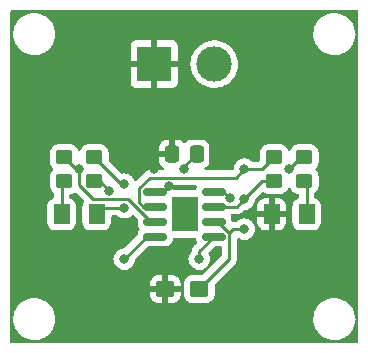
<source format=gbr>
%TF.GenerationSoftware,KiCad,Pcbnew,(6.0.10)*%
%TF.CreationDate,2023-02-16T14:14:42-08:00*%
%TF.ProjectId,Exercise 2,45786572-6369-4736-9520-322e6b696361,rev?*%
%TF.SameCoordinates,Original*%
%TF.FileFunction,Copper,L1,Top*%
%TF.FilePolarity,Positive*%
%FSLAX46Y46*%
G04 Gerber Fmt 4.6, Leading zero omitted, Abs format (unit mm)*
G04 Created by KiCad (PCBNEW (6.0.10)) date 2023-02-16 14:14:42*
%MOMM*%
%LPD*%
G01*
G04 APERTURE LIST*
G04 Aperture macros list*
%AMRoundRect*
0 Rectangle with rounded corners*
0 $1 Rounding radius*
0 $2 $3 $4 $5 $6 $7 $8 $9 X,Y pos of 4 corners*
0 Add a 4 corners polygon primitive as box body*
4,1,4,$2,$3,$4,$5,$6,$7,$8,$9,$2,$3,0*
0 Add four circle primitives for the rounded corners*
1,1,$1+$1,$2,$3*
1,1,$1+$1,$4,$5*
1,1,$1+$1,$6,$7*
1,1,$1+$1,$8,$9*
0 Add four rect primitives between the rounded corners*
20,1,$1+$1,$2,$3,$4,$5,0*
20,1,$1+$1,$4,$5,$6,$7,0*
20,1,$1+$1,$6,$7,$8,$9,0*
20,1,$1+$1,$8,$9,$2,$3,0*%
G04 Aperture macros list end*
%TA.AperFunction,SMDPad,CuDef*%
%ADD10RoundRect,0.250001X-0.462499X-0.624999X0.462499X-0.624999X0.462499X0.624999X-0.462499X0.624999X0*%
%TD*%
%TA.AperFunction,SMDPad,CuDef*%
%ADD11RoundRect,0.250000X-0.450000X0.350000X-0.450000X-0.350000X0.450000X-0.350000X0.450000X0.350000X0*%
%TD*%
%TA.AperFunction,SMDPad,CuDef*%
%ADD12RoundRect,0.250000X0.450000X-0.350000X0.450000X0.350000X-0.450000X0.350000X-0.450000X-0.350000X0*%
%TD*%
%TA.AperFunction,SMDPad,CuDef*%
%ADD13RoundRect,0.250000X0.337500X0.475000X-0.337500X0.475000X-0.337500X-0.475000X0.337500X-0.475000X0*%
%TD*%
%TA.AperFunction,SMDPad,CuDef*%
%ADD14RoundRect,0.250000X0.537500X0.425000X-0.537500X0.425000X-0.537500X-0.425000X0.537500X-0.425000X0*%
%TD*%
%TA.AperFunction,SMDPad,CuDef*%
%ADD15RoundRect,0.150000X-0.825000X-0.150000X0.825000X-0.150000X0.825000X0.150000X-0.825000X0.150000X0*%
%TD*%
%TA.AperFunction,SMDPad,CuDef*%
%ADD16R,2.290000X3.000000*%
%TD*%
%TA.AperFunction,ComponentPad*%
%ADD17R,3.000000X3.000000*%
%TD*%
%TA.AperFunction,ComponentPad*%
%ADD18C,3.000000*%
%TD*%
%TA.AperFunction,ViaPad*%
%ADD19C,0.800000*%
%TD*%
%TA.AperFunction,Conductor*%
%ADD20C,0.254000*%
%TD*%
G04 APERTURE END LIST*
D10*
%TO.P,D2,1,K*%
%TO.N,GND*%
X164882500Y-93980000D03*
%TO.P,D2,2,A*%
%TO.N,Net-(D2-Pad2)*%
X167857500Y-93980000D03*
%TD*%
D11*
%TO.P,R4,1*%
%TO.N,U1 Pin 3*%
X167640000Y-89170000D03*
%TO.P,R4,2*%
%TO.N,Net-(D2-Pad2)*%
X167640000Y-91170000D03*
%TD*%
D12*
%TO.P,R3,1*%
%TO.N,Net-(D1-Pad1)*%
X147320000Y-91170000D03*
%TO.P,R3,2*%
%TO.N,U1 Pin 3*%
X147320000Y-89170000D03*
%TD*%
%TO.P,R1,1*%
%TO.N,+9V*%
X149860000Y-91170000D03*
%TO.P,R1,2*%
%TO.N,Net-(R1-Pad2)*%
X149860000Y-89170000D03*
%TD*%
D13*
%TO.P,C2,1*%
%TO.N,Net-(C2-Pad1)*%
X158517500Y-88900000D03*
%TO.P,C2,2*%
%TO.N,GND*%
X156442500Y-88900000D03*
%TD*%
D14*
%TO.P,C1,1*%
%TO.N,U1 Pin 2*%
X158750000Y-100330000D03*
%TO.P,C1,2*%
%TO.N,GND*%
X155875000Y-100330000D03*
%TD*%
D15*
%TO.P,U1,1,GND*%
%TO.N,GND*%
X155035000Y-92075000D03*
%TO.P,U1,2,TR*%
%TO.N,U1 Pin 2*%
X155035000Y-93345000D03*
%TO.P,U1,3,Q*%
%TO.N,U1 Pin 3*%
X155035000Y-94615000D03*
%TO.P,U1,4,R*%
%TO.N,+9V*%
X155035000Y-95885000D03*
%TO.P,U1,5,CV*%
%TO.N,Net-(C2-Pad1)*%
X159985000Y-95885000D03*
%TO.P,U1,6,THR*%
%TO.N,U1 Pin 2*%
X159985000Y-94615000D03*
%TO.P,U1,7,DIS*%
%TO.N,Net-(R1-Pad2)*%
X159985000Y-93345000D03*
%TO.P,U1,8,VCC*%
%TO.N,+9V*%
X159985000Y-92075000D03*
D16*
%TO.P,U1,9*%
%TO.N,N/C*%
X157510000Y-93980000D03*
%TD*%
D12*
%TO.P,R2,1*%
%TO.N,Net-(R1-Pad2)*%
X165100000Y-91170000D03*
%TO.P,R2,2*%
%TO.N,U1 Pin 2*%
X165100000Y-89170000D03*
%TD*%
D17*
%TO.P,J1,1,Pin_1*%
%TO.N,GND*%
X154940000Y-81280000D03*
D18*
%TO.P,J1,2,Pin_2*%
%TO.N,+9V*%
X160020000Y-81280000D03*
%TD*%
D10*
%TO.P,D1,1,K*%
%TO.N,Net-(D1-Pad1)*%
X147102500Y-93980000D03*
%TO.P,D1,2,A*%
%TO.N,+9V*%
X150077500Y-93980000D03*
%TD*%
D19*
%TO.N,U1 Pin 2*%
X162560000Y-95250000D03*
X162560000Y-90170000D03*
%TO.N,GND*%
X154940000Y-90170000D03*
X156210000Y-91623500D03*
%TO.N,Net-(C2-Pad1)*%
X158750000Y-97790000D03*
X157480000Y-90170500D03*
%TO.N,+9V*%
X152400000Y-93436500D03*
X152400000Y-97790000D03*
X161337224Y-92618500D03*
X151130000Y-91983500D03*
%TO.N,Net-(R1-Pad2)*%
X152400000Y-91440000D03*
X162560000Y-92710000D03*
%TO.N,U1 Pin 3*%
X148590000Y-90170000D03*
X166370000Y-90170000D03*
%TD*%
D20*
%TO.N,U1 Pin 2*%
X164100000Y-90170000D02*
X165100000Y-89170000D01*
X161290000Y-97790000D02*
X158750000Y-100330000D01*
X161580420Y-95250000D02*
X162560000Y-95250000D01*
X159985000Y-94615000D02*
X160364580Y-94615000D01*
X154563420Y-90897000D02*
X153670000Y-91790420D01*
X160364580Y-94615000D02*
X161290000Y-95540420D01*
X154027472Y-93345000D02*
X155035000Y-93345000D01*
X153670000Y-92987528D02*
X154027472Y-93345000D01*
X153670000Y-91790420D02*
X153670000Y-92987528D01*
X162560000Y-90170000D02*
X161833000Y-90897000D01*
X161290000Y-95540420D02*
X161580420Y-95250000D01*
X161290000Y-95540420D02*
X161290000Y-97790000D01*
X162560000Y-90170000D02*
X164100000Y-90170000D01*
X161833000Y-90897000D02*
X154563420Y-90897000D01*
%TO.N,GND*%
X155035000Y-92075000D02*
X155758500Y-92075000D01*
X155758500Y-92075000D02*
X156210000Y-91623500D01*
%TO.N,Net-(C2-Pad1)*%
X157480000Y-89937500D02*
X158517500Y-88900000D01*
X158750000Y-97790000D02*
X158750000Y-97120000D01*
X157480000Y-90170500D02*
X157480000Y-89937500D01*
X158750000Y-97120000D02*
X159985000Y-95885000D01*
%TO.N,Net-(D1-Pad1)*%
X147102500Y-91387500D02*
X147320000Y-91170000D01*
X147102500Y-93980000D02*
X147102500Y-91387500D01*
%TO.N,+9V*%
X155035000Y-95885000D02*
X154305000Y-95885000D01*
X150621000Y-93436500D02*
X152400000Y-93436500D01*
X150077500Y-93980000D02*
X150621000Y-93436500D01*
X149860000Y-91170000D02*
X150316500Y-91170000D01*
X160793724Y-92075000D02*
X161337224Y-92618500D01*
X154305000Y-95885000D02*
X152400000Y-97790000D01*
X159985000Y-92075000D02*
X160793724Y-92075000D01*
X150316500Y-91170000D02*
X151130000Y-91983500D01*
%TO.N,Net-(R1-Pad2)*%
X152130000Y-91440000D02*
X149860000Y-89170000D01*
X162560000Y-92710000D02*
X164100000Y-91170000D01*
X152400000Y-91440000D02*
X152130000Y-91440000D01*
X161925000Y-93345000D02*
X162560000Y-92710000D01*
X159985000Y-93345000D02*
X161925000Y-93345000D01*
X164100000Y-91170000D02*
X165100000Y-91170000D01*
%TO.N,U1 Pin 3*%
X149783999Y-92710000D02*
X152750420Y-92710000D01*
X154655420Y-94615000D02*
X155035000Y-94615000D01*
X148590000Y-91516001D02*
X149783999Y-92710000D01*
X148320000Y-90170000D02*
X147320000Y-89170000D01*
X148590000Y-90170000D02*
X148590000Y-91516001D01*
X152750420Y-92710000D02*
X154655420Y-94615000D01*
X148590000Y-90170000D02*
X148320000Y-90170000D01*
X167370000Y-89170000D02*
X166370000Y-90170000D01*
X167640000Y-89170000D02*
X167370000Y-89170000D01*
%TO.N,Net-(D2-Pad2)*%
X167857500Y-91387500D02*
X167640000Y-91170000D01*
X167857500Y-93980000D02*
X167857500Y-91387500D01*
%TD*%
%TA.AperFunction,Conductor*%
%TO.N,GND*%
G36*
X144685096Y-76715235D02*
G01*
X144688436Y-76713150D01*
X144722349Y-76708500D01*
X170062158Y-76708500D01*
X170085096Y-76715235D01*
X170088436Y-76713150D01*
X170122349Y-76708500D01*
X172085500Y-76708500D01*
X172153621Y-76728502D01*
X172200114Y-76782158D01*
X172211500Y-76834500D01*
X172211500Y-78681666D01*
X172191498Y-78749787D01*
X172173242Y-78765605D01*
X172179370Y-78769404D01*
X172209909Y-78833497D01*
X172211500Y-78853454D01*
X172211500Y-102811666D01*
X172191498Y-102879787D01*
X172173242Y-102895605D01*
X172179370Y-102899404D01*
X172209909Y-102963497D01*
X172211500Y-102983454D01*
X172211500Y-104775500D01*
X172191498Y-104843621D01*
X172137842Y-104890114D01*
X172085500Y-104901500D01*
X170275610Y-104901500D01*
X170218628Y-104884769D01*
X170196660Y-104897697D01*
X170165936Y-104901500D01*
X144875610Y-104901500D01*
X144818628Y-104884769D01*
X144796660Y-104897697D01*
X144765936Y-104901500D01*
X142874500Y-104901500D01*
X142806379Y-104881498D01*
X142759886Y-104827842D01*
X142748500Y-104775500D01*
X142748500Y-102896621D01*
X142765069Y-102840191D01*
X142981944Y-102840191D01*
X142995396Y-102861123D01*
X143000355Y-102890576D01*
X143009582Y-103082679D01*
X143009583Y-103082686D01*
X143009807Y-103087352D01*
X143010720Y-103091941D01*
X143035811Y-103218080D01*
X143061378Y-103346616D01*
X143062957Y-103351014D01*
X143062959Y-103351021D01*
X143134294Y-103549704D01*
X143150704Y-103595410D01*
X143152921Y-103599536D01*
X143220301Y-103724936D01*
X143275822Y-103828267D01*
X143278617Y-103832011D01*
X143278619Y-103832013D01*
X143361743Y-103943329D01*
X143433985Y-104040073D01*
X143437292Y-104043351D01*
X143437297Y-104043357D01*
X143536879Y-104142073D01*
X143621718Y-104226174D01*
X143834896Y-104382483D01*
X143839031Y-104384659D01*
X143839035Y-104384661D01*
X143962293Y-104449510D01*
X144068836Y-104505565D01*
X144318400Y-104592716D01*
X144322993Y-104593588D01*
X144573515Y-104641151D01*
X144573518Y-104641151D01*
X144578104Y-104642022D01*
X144770883Y-104649597D01*
X144821419Y-104666618D01*
X144840112Y-104654604D01*
X144861892Y-104650249D01*
X144935339Y-104642205D01*
X145105015Y-104623622D01*
X145109526Y-104622434D01*
X145109528Y-104622434D01*
X145356124Y-104557511D01*
X145356126Y-104557510D01*
X145360647Y-104556320D01*
X145475191Y-104507108D01*
X145599229Y-104453817D01*
X145599231Y-104453816D01*
X145603523Y-104451972D01*
X145828307Y-104312871D01*
X145844788Y-104298919D01*
X146026496Y-104145093D01*
X146026498Y-104145091D01*
X146030063Y-104142073D01*
X146204356Y-103943329D01*
X146278367Y-103828267D01*
X146344831Y-103724936D01*
X146347359Y-103721006D01*
X146455930Y-103479988D01*
X146527683Y-103225570D01*
X146561043Y-102963340D01*
X146563487Y-102870000D01*
X146560018Y-102823314D01*
X168397124Y-102823314D01*
X168398856Y-102859368D01*
X168409807Y-103087352D01*
X168410720Y-103091941D01*
X168435811Y-103218080D01*
X168461378Y-103346616D01*
X168462957Y-103351014D01*
X168462959Y-103351021D01*
X168534294Y-103549704D01*
X168550704Y-103595410D01*
X168552921Y-103599536D01*
X168620301Y-103724936D01*
X168675822Y-103828267D01*
X168678617Y-103832011D01*
X168678619Y-103832013D01*
X168761743Y-103943329D01*
X168833985Y-104040073D01*
X168837292Y-104043351D01*
X168837297Y-104043357D01*
X168936879Y-104142073D01*
X169021718Y-104226174D01*
X169234896Y-104382483D01*
X169239031Y-104384659D01*
X169239035Y-104384661D01*
X169362293Y-104449510D01*
X169468836Y-104505565D01*
X169718400Y-104592716D01*
X169722993Y-104593588D01*
X169973515Y-104641151D01*
X169973518Y-104641151D01*
X169978104Y-104642022D01*
X170170883Y-104649597D01*
X170221419Y-104666618D01*
X170240112Y-104654604D01*
X170261892Y-104650249D01*
X170335339Y-104642205D01*
X170505015Y-104623622D01*
X170509526Y-104622434D01*
X170509528Y-104622434D01*
X170756124Y-104557511D01*
X170756126Y-104557510D01*
X170760647Y-104556320D01*
X170875191Y-104507108D01*
X170999229Y-104453817D01*
X170999231Y-104453816D01*
X171003523Y-104451972D01*
X171228307Y-104312871D01*
X171244788Y-104298919D01*
X171426496Y-104145093D01*
X171426498Y-104145091D01*
X171430063Y-104142073D01*
X171604356Y-103943329D01*
X171678367Y-103828267D01*
X171744831Y-103724936D01*
X171747359Y-103721006D01*
X171855930Y-103479988D01*
X171927683Y-103225570D01*
X171960507Y-102967553D01*
X171988946Y-102902501D01*
X171996804Y-102897268D01*
X171964604Y-102847164D01*
X171959846Y-102821004D01*
X171944243Y-102611036D01*
X171944242Y-102611032D01*
X171943897Y-102606384D01*
X171885557Y-102348559D01*
X171870028Y-102308626D01*
X171791442Y-102106542D01*
X171791441Y-102106540D01*
X171789749Y-102102189D01*
X171763535Y-102056323D01*
X171660897Y-101876745D01*
X171658578Y-101872687D01*
X171494925Y-101665094D01*
X171302385Y-101483970D01*
X171265212Y-101458182D01*
X171089026Y-101335958D01*
X171089021Y-101335955D01*
X171085188Y-101333296D01*
X171080997Y-101331229D01*
X170852294Y-101218445D01*
X170852291Y-101218444D01*
X170848106Y-101216380D01*
X170791150Y-101198148D01*
X170600792Y-101137214D01*
X170600794Y-101137214D01*
X170596347Y-101135791D01*
X170453825Y-101112580D01*
X170340053Y-101094051D01*
X170340052Y-101094051D01*
X170335441Y-101093300D01*
X170203281Y-101091570D01*
X170075798Y-101089901D01*
X170075795Y-101089901D01*
X170071121Y-101089840D01*
X169809192Y-101125486D01*
X169804702Y-101126795D01*
X169804696Y-101126796D01*
X169696732Y-101158265D01*
X169555410Y-101199457D01*
X169551163Y-101201415D01*
X169551160Y-101201416D01*
X169481602Y-101233483D01*
X169315348Y-101310127D01*
X169311439Y-101312690D01*
X169098195Y-101452499D01*
X169098190Y-101452503D01*
X169094282Y-101455065D01*
X168897067Y-101631086D01*
X168728036Y-101834324D01*
X168590901Y-102060314D01*
X168589095Y-102064622D01*
X168589094Y-102064623D01*
X168500233Y-102276534D01*
X168488677Y-102304091D01*
X168487526Y-102308623D01*
X168487525Y-102308626D01*
X168465082Y-102396996D01*
X168423608Y-102560301D01*
X168397124Y-102823314D01*
X146560018Y-102823314D01*
X146559152Y-102811666D01*
X146544243Y-102611036D01*
X146544242Y-102611032D01*
X146543897Y-102606384D01*
X146485557Y-102348559D01*
X146470028Y-102308626D01*
X146391442Y-102106542D01*
X146391441Y-102106540D01*
X146389749Y-102102189D01*
X146363535Y-102056323D01*
X146260897Y-101876745D01*
X146258578Y-101872687D01*
X146094925Y-101665094D01*
X145902385Y-101483970D01*
X145865212Y-101458182D01*
X145689026Y-101335958D01*
X145689021Y-101335955D01*
X145685188Y-101333296D01*
X145680997Y-101331229D01*
X145452294Y-101218445D01*
X145452291Y-101218444D01*
X145448106Y-101216380D01*
X145391150Y-101198148D01*
X145200792Y-101137214D01*
X145200794Y-101137214D01*
X145196347Y-101135791D01*
X145053825Y-101112580D01*
X144940053Y-101094051D01*
X144940052Y-101094051D01*
X144935441Y-101093300D01*
X144803281Y-101091570D01*
X144675798Y-101089901D01*
X144675795Y-101089901D01*
X144671121Y-101089840D01*
X144409192Y-101125486D01*
X144404702Y-101126795D01*
X144404696Y-101126796D01*
X144296732Y-101158265D01*
X144155410Y-101199457D01*
X144151163Y-101201415D01*
X144151160Y-101201416D01*
X144081602Y-101233483D01*
X143915348Y-101310127D01*
X143911439Y-101312690D01*
X143698195Y-101452499D01*
X143698190Y-101452503D01*
X143694282Y-101455065D01*
X143497067Y-101631086D01*
X143328036Y-101834324D01*
X143190901Y-102060314D01*
X143189095Y-102064622D01*
X143189094Y-102064623D01*
X143100233Y-102276534D01*
X143088677Y-102304091D01*
X143087526Y-102308623D01*
X143087525Y-102308626D01*
X143065082Y-102396996D01*
X143023608Y-102560301D01*
X143023139Y-102564959D01*
X142999866Y-102796083D01*
X142981944Y-102840191D01*
X142765069Y-102840191D01*
X142766039Y-102836888D01*
X142750656Y-102806666D01*
X142748500Y-102783459D01*
X142748500Y-100802095D01*
X154579501Y-100802095D01*
X154579838Y-100808614D01*
X154589757Y-100904206D01*
X154592649Y-100917600D01*
X154644088Y-101071784D01*
X154650261Y-101084962D01*
X154735563Y-101222807D01*
X154744599Y-101234208D01*
X154859329Y-101348739D01*
X154870740Y-101357751D01*
X155008743Y-101442816D01*
X155021924Y-101448963D01*
X155176210Y-101500138D01*
X155189586Y-101503005D01*
X155283938Y-101512672D01*
X155290354Y-101513000D01*
X155602885Y-101513000D01*
X155618124Y-101508525D01*
X155619329Y-101507135D01*
X155621000Y-101499452D01*
X155621000Y-101494884D01*
X156129000Y-101494884D01*
X156133475Y-101510123D01*
X156134865Y-101511328D01*
X156142548Y-101512999D01*
X156459595Y-101512999D01*
X156466114Y-101512662D01*
X156561706Y-101502743D01*
X156575100Y-101499851D01*
X156729284Y-101448412D01*
X156742462Y-101442239D01*
X156880307Y-101356937D01*
X156891708Y-101347901D01*
X157006239Y-101233171D01*
X157015251Y-101221760D01*
X157100316Y-101083757D01*
X157106463Y-101070576D01*
X157157638Y-100916290D01*
X157160505Y-100902914D01*
X157170172Y-100808562D01*
X157170500Y-100802146D01*
X157170500Y-100602115D01*
X157166025Y-100586876D01*
X157164635Y-100585671D01*
X157156952Y-100584000D01*
X156147115Y-100584000D01*
X156131876Y-100588475D01*
X156130671Y-100589865D01*
X156129000Y-100597548D01*
X156129000Y-101494884D01*
X155621000Y-101494884D01*
X155621000Y-100602115D01*
X155616525Y-100586876D01*
X155615135Y-100585671D01*
X155607452Y-100584000D01*
X154597616Y-100584000D01*
X154582377Y-100588475D01*
X154581172Y-100589865D01*
X154579501Y-100597548D01*
X154579501Y-100802095D01*
X142748500Y-100802095D01*
X142748500Y-100057885D01*
X154579500Y-100057885D01*
X154583975Y-100073124D01*
X154585365Y-100074329D01*
X154593048Y-100076000D01*
X155602885Y-100076000D01*
X155618124Y-100071525D01*
X155619329Y-100070135D01*
X155621000Y-100062452D01*
X155621000Y-100057885D01*
X156129000Y-100057885D01*
X156133475Y-100073124D01*
X156134865Y-100074329D01*
X156142548Y-100076000D01*
X157152384Y-100076000D01*
X157167623Y-100071525D01*
X157168828Y-100070135D01*
X157170499Y-100062452D01*
X157170499Y-99857905D01*
X157170162Y-99851386D01*
X157160243Y-99755794D01*
X157157351Y-99742400D01*
X157105912Y-99588216D01*
X157099739Y-99575038D01*
X157014437Y-99437193D01*
X157005401Y-99425792D01*
X156890671Y-99311261D01*
X156879260Y-99302249D01*
X156741257Y-99217184D01*
X156728076Y-99211037D01*
X156573790Y-99159862D01*
X156560414Y-99156995D01*
X156466062Y-99147328D01*
X156459645Y-99147000D01*
X156147115Y-99147000D01*
X156131876Y-99151475D01*
X156130671Y-99152865D01*
X156129000Y-99160548D01*
X156129000Y-100057885D01*
X155621000Y-100057885D01*
X155621000Y-99165116D01*
X155616525Y-99149877D01*
X155615135Y-99148672D01*
X155607452Y-99147001D01*
X155290405Y-99147001D01*
X155283886Y-99147338D01*
X155188294Y-99157257D01*
X155174900Y-99160149D01*
X155020716Y-99211588D01*
X155007538Y-99217761D01*
X154869693Y-99303063D01*
X154858292Y-99312099D01*
X154743761Y-99426829D01*
X154734749Y-99438240D01*
X154649684Y-99576243D01*
X154643537Y-99589424D01*
X154592362Y-99743710D01*
X154589495Y-99757086D01*
X154579828Y-99851438D01*
X154579500Y-99857855D01*
X154579500Y-100057885D01*
X142748500Y-100057885D01*
X142748500Y-94655400D01*
X145881500Y-94655400D01*
X145881837Y-94658646D01*
X145881837Y-94658650D01*
X145891752Y-94754203D01*
X145892474Y-94761165D01*
X145894655Y-94767701D01*
X145894655Y-94767703D01*
X145915940Y-94831502D01*
X145948450Y-94928945D01*
X146041522Y-95079348D01*
X146166697Y-95204305D01*
X146172927Y-95208145D01*
X146172928Y-95208146D01*
X146310090Y-95292694D01*
X146317262Y-95297115D01*
X146351539Y-95308484D01*
X146478611Y-95350632D01*
X146478613Y-95350632D01*
X146485139Y-95352797D01*
X146491975Y-95353497D01*
X146491978Y-95353498D01*
X146535031Y-95357909D01*
X146589600Y-95363500D01*
X147615400Y-95363500D01*
X147618646Y-95363163D01*
X147618650Y-95363163D01*
X147714307Y-95353238D01*
X147714311Y-95353237D01*
X147721165Y-95352526D01*
X147727701Y-95350345D01*
X147727703Y-95350345D01*
X147859805Y-95306272D01*
X147888945Y-95296550D01*
X148039348Y-95203478D01*
X148164305Y-95078303D01*
X148257115Y-94927738D01*
X148310196Y-94767703D01*
X148310632Y-94766389D01*
X148310632Y-94766387D01*
X148312797Y-94759861D01*
X148313509Y-94752919D01*
X148323172Y-94658598D01*
X148323500Y-94655400D01*
X148323500Y-93304600D01*
X148317518Y-93246944D01*
X148313238Y-93205693D01*
X148313237Y-93205689D01*
X148312526Y-93198835D01*
X148256550Y-93031055D01*
X148163478Y-92880652D01*
X148038303Y-92755695D01*
X148032072Y-92751854D01*
X147893968Y-92666725D01*
X147893966Y-92666724D01*
X147887738Y-92662885D01*
X147824332Y-92641854D01*
X147765972Y-92601423D01*
X147738736Y-92535858D01*
X147738000Y-92522261D01*
X147738000Y-92400652D01*
X147758002Y-92332531D01*
X147811658Y-92286038D01*
X147850995Y-92275326D01*
X147880896Y-92272223D01*
X147919308Y-92268238D01*
X147919312Y-92268237D01*
X147926166Y-92267526D01*
X147932702Y-92265345D01*
X147932704Y-92265345D01*
X148064806Y-92221272D01*
X148093946Y-92211550D01*
X148172982Y-92162641D01*
X148190016Y-92152100D01*
X148258468Y-92133262D01*
X148326238Y-92154423D01*
X148345414Y-92170149D01*
X148961005Y-92785740D01*
X148995031Y-92848052D01*
X148989966Y-92918867D01*
X148979170Y-92940951D01*
X148922885Y-93032262D01*
X148920581Y-93039209D01*
X148869771Y-93192398D01*
X148867203Y-93200139D01*
X148866503Y-93206975D01*
X148866502Y-93206978D01*
X148862993Y-93241226D01*
X148856500Y-93304600D01*
X148856500Y-94655400D01*
X148856837Y-94658646D01*
X148856837Y-94658650D01*
X148866752Y-94754203D01*
X148867474Y-94761165D01*
X148869655Y-94767701D01*
X148869655Y-94767703D01*
X148890940Y-94831502D01*
X148923450Y-94928945D01*
X149016522Y-95079348D01*
X149141697Y-95204305D01*
X149147927Y-95208145D01*
X149147928Y-95208146D01*
X149285090Y-95292694D01*
X149292262Y-95297115D01*
X149326539Y-95308484D01*
X149453611Y-95350632D01*
X149453613Y-95350632D01*
X149460139Y-95352797D01*
X149466975Y-95353497D01*
X149466978Y-95353498D01*
X149510031Y-95357909D01*
X149564600Y-95363500D01*
X150590400Y-95363500D01*
X150593646Y-95363163D01*
X150593650Y-95363163D01*
X150689307Y-95353238D01*
X150689311Y-95353237D01*
X150696165Y-95352526D01*
X150702701Y-95350345D01*
X150702703Y-95350345D01*
X150834805Y-95306272D01*
X150863945Y-95296550D01*
X151014348Y-95203478D01*
X151139305Y-95078303D01*
X151232115Y-94927738D01*
X151285196Y-94767703D01*
X151285632Y-94766389D01*
X151285632Y-94766387D01*
X151287797Y-94759861D01*
X151288509Y-94752919D01*
X151298172Y-94658598D01*
X151298500Y-94655400D01*
X151298500Y-94198000D01*
X151318502Y-94129879D01*
X151372158Y-94083386D01*
X151424500Y-94072000D01*
X151693601Y-94072000D01*
X151761722Y-94092002D01*
X151778908Y-94106609D01*
X151779420Y-94106040D01*
X151784332Y-94110463D01*
X151788747Y-94115366D01*
X151943248Y-94227618D01*
X151949276Y-94230302D01*
X151949278Y-94230303D01*
X151998269Y-94252115D01*
X152117712Y-94305294D01*
X152211113Y-94325147D01*
X152298056Y-94343628D01*
X152298061Y-94343628D01*
X152304513Y-94345000D01*
X152495487Y-94345000D01*
X152501939Y-94343628D01*
X152501944Y-94343628D01*
X152588888Y-94325147D01*
X152682288Y-94305294D01*
X152801731Y-94252115D01*
X152850722Y-94230303D01*
X152850724Y-94230302D01*
X152856752Y-94227618D01*
X153011253Y-94115366D01*
X153023448Y-94101822D01*
X153038869Y-94084696D01*
X153099315Y-94047457D01*
X153170299Y-94048809D01*
X153221599Y-94079912D01*
X153514595Y-94372908D01*
X153548621Y-94435220D01*
X153551500Y-94462003D01*
X153551500Y-94831502D01*
X153554438Y-94868831D01*
X153600855Y-95028601D01*
X153685547Y-95171807D01*
X153688229Y-95174489D01*
X153713502Y-95238861D01*
X153699600Y-95308484D01*
X153689428Y-95324312D01*
X153685547Y-95328193D01*
X153600855Y-95471399D01*
X153554438Y-95631169D01*
X153551500Y-95668498D01*
X153551500Y-95687578D01*
X153531498Y-95755699D01*
X153514595Y-95776673D01*
X152446672Y-96844595D01*
X152384360Y-96878621D01*
X152357577Y-96881500D01*
X152304513Y-96881500D01*
X152298061Y-96882872D01*
X152298056Y-96882872D01*
X152211112Y-96901353D01*
X152117712Y-96921206D01*
X152111682Y-96923891D01*
X152111681Y-96923891D01*
X151949278Y-96996197D01*
X151949276Y-96996198D01*
X151943248Y-96998882D01*
X151788747Y-97111134D01*
X151784326Y-97116044D01*
X151784325Y-97116045D01*
X151665385Y-97248142D01*
X151660960Y-97253056D01*
X151565473Y-97418444D01*
X151506458Y-97600072D01*
X151486496Y-97790000D01*
X151487186Y-97796565D01*
X151500672Y-97924873D01*
X151506458Y-97979928D01*
X151565473Y-98161556D01*
X151660960Y-98326944D01*
X151788747Y-98468866D01*
X151943248Y-98581118D01*
X151949276Y-98583802D01*
X151949278Y-98583803D01*
X152111681Y-98656109D01*
X152117712Y-98658794D01*
X152211113Y-98678647D01*
X152298056Y-98697128D01*
X152298061Y-98697128D01*
X152304513Y-98698500D01*
X152495487Y-98698500D01*
X152501939Y-98697128D01*
X152501944Y-98697128D01*
X152588887Y-98678647D01*
X152682288Y-98658794D01*
X152688319Y-98656109D01*
X152850722Y-98583803D01*
X152850724Y-98583802D01*
X152856752Y-98581118D01*
X153011253Y-98468866D01*
X153139040Y-98326944D01*
X153234527Y-98161556D01*
X153293542Y-97979928D01*
X153299329Y-97924873D01*
X153310575Y-97817867D01*
X153337588Y-97752210D01*
X153346790Y-97741942D01*
X154358328Y-96730405D01*
X154420640Y-96696379D01*
X154447423Y-96693500D01*
X155926502Y-96693500D01*
X155928950Y-96693307D01*
X155928958Y-96693307D01*
X155957421Y-96691067D01*
X155957426Y-96691066D01*
X155963831Y-96690562D01*
X156063769Y-96661528D01*
X156115988Y-96646357D01*
X156115990Y-96646356D01*
X156123601Y-96644145D01*
X156173305Y-96614750D01*
X156259980Y-96563491D01*
X156259983Y-96563489D01*
X156266807Y-96559453D01*
X156384453Y-96441807D01*
X156388489Y-96434983D01*
X156388491Y-96434980D01*
X156465108Y-96305427D01*
X156469145Y-96298601D01*
X156515562Y-96138831D01*
X156517351Y-96116109D01*
X156518255Y-96104614D01*
X156543541Y-96038273D01*
X156600679Y-95996133D01*
X156643867Y-95988500D01*
X158376133Y-95988500D01*
X158444254Y-96008502D01*
X158490747Y-96062158D01*
X158501745Y-96104614D01*
X158502650Y-96116109D01*
X158504438Y-96138831D01*
X158550855Y-96298601D01*
X158554442Y-96304667D01*
X158563093Y-96374737D01*
X158527853Y-96443414D01*
X158356517Y-96614750D01*
X158348191Y-96622326D01*
X158341697Y-96626447D01*
X158336274Y-96632222D01*
X158294915Y-96676265D01*
X158292160Y-96679107D01*
X158272361Y-96698906D01*
X158269937Y-96702031D01*
X158269929Y-96702040D01*
X158269863Y-96702126D01*
X158262155Y-96711151D01*
X158231783Y-96743494D01*
X158227965Y-96750438D01*
X158227964Y-96750440D01*
X158221978Y-96761329D01*
X158211127Y-96777847D01*
X158198650Y-96793933D01*
X158181024Y-96834666D01*
X158175807Y-96845314D01*
X158154431Y-96884197D01*
X158152460Y-96891872D01*
X158152458Y-96891878D01*
X158149369Y-96903911D01*
X158142966Y-96922613D01*
X158134883Y-96941292D01*
X158133644Y-96949117D01*
X158127940Y-96985127D01*
X158125535Y-96996740D01*
X158114500Y-97039718D01*
X158114500Y-97060065D01*
X158112949Y-97079776D01*
X158109765Y-97099879D01*
X158109840Y-97100673D01*
X158088699Y-97165118D01*
X158078527Y-97178014D01*
X158015384Y-97248142D01*
X158015382Y-97248145D01*
X158010960Y-97253056D01*
X157915473Y-97418444D01*
X157856458Y-97600072D01*
X157836496Y-97790000D01*
X157837186Y-97796565D01*
X157850672Y-97924873D01*
X157856458Y-97979928D01*
X157915473Y-98161556D01*
X158010960Y-98326944D01*
X158138747Y-98468866D01*
X158293248Y-98581118D01*
X158299276Y-98583802D01*
X158299278Y-98583803D01*
X158461681Y-98656109D01*
X158467712Y-98658794D01*
X158561113Y-98678647D01*
X158648056Y-98697128D01*
X158648061Y-98697128D01*
X158654513Y-98698500D01*
X158845487Y-98698500D01*
X158851939Y-98697128D01*
X158851944Y-98697128D01*
X158938887Y-98678647D01*
X159032288Y-98658794D01*
X159038319Y-98656109D01*
X159200722Y-98583803D01*
X159200724Y-98583802D01*
X159206752Y-98581118D01*
X159350140Y-98476940D01*
X159384625Y-98464636D01*
X159389395Y-98442709D01*
X159406347Y-98418784D01*
X159484621Y-98331852D01*
X159484622Y-98331851D01*
X159489040Y-98326944D01*
X159584527Y-98161556D01*
X159643542Y-97979928D01*
X159649329Y-97924873D01*
X159662814Y-97796565D01*
X159663504Y-97790000D01*
X159643542Y-97600072D01*
X159584527Y-97418444D01*
X159547130Y-97353671D01*
X159530393Y-97284678D01*
X159553613Y-97217586D01*
X159567155Y-97201578D01*
X160038328Y-96730405D01*
X160100640Y-96696379D01*
X160127423Y-96693500D01*
X160528500Y-96693500D01*
X160596621Y-96713502D01*
X160643114Y-96767158D01*
X160654500Y-96819500D01*
X160654500Y-97474577D01*
X160634498Y-97542698D01*
X160617595Y-97563672D01*
X159589078Y-98592189D01*
X159537866Y-98620154D01*
X159523981Y-98655817D01*
X159513296Y-98667971D01*
X159071672Y-99109595D01*
X159009360Y-99143621D01*
X158982577Y-99146500D01*
X158162100Y-99146500D01*
X158158854Y-99146837D01*
X158158850Y-99146837D01*
X158063192Y-99156762D01*
X158063188Y-99156763D01*
X158056334Y-99157474D01*
X158049798Y-99159655D01*
X158049796Y-99159655D01*
X158033428Y-99165116D01*
X157888554Y-99213450D01*
X157738152Y-99306522D01*
X157613195Y-99431697D01*
X157520385Y-99582262D01*
X157464703Y-99750139D01*
X157454000Y-99854600D01*
X157454000Y-100805400D01*
X157454337Y-100808646D01*
X157454337Y-100808650D01*
X157464252Y-100904206D01*
X157464974Y-100911166D01*
X157520950Y-101078946D01*
X157614022Y-101229348D01*
X157739197Y-101354305D01*
X157745427Y-101358145D01*
X157745428Y-101358146D01*
X157882788Y-101442816D01*
X157889762Y-101447115D01*
X157969505Y-101473564D01*
X158051111Y-101500632D01*
X158051113Y-101500632D01*
X158057639Y-101502797D01*
X158064475Y-101503497D01*
X158064478Y-101503498D01*
X158107531Y-101507909D01*
X158162100Y-101513500D01*
X159337900Y-101513500D01*
X159341146Y-101513163D01*
X159341150Y-101513163D01*
X159436808Y-101503238D01*
X159436812Y-101503237D01*
X159443666Y-101502526D01*
X159450202Y-101500345D01*
X159450204Y-101500345D01*
X159582306Y-101456272D01*
X159611446Y-101446550D01*
X159761848Y-101353478D01*
X159779338Y-101335958D01*
X159881634Y-101233483D01*
X159886805Y-101228303D01*
X159892882Y-101218445D01*
X159975775Y-101083968D01*
X159975776Y-101083966D01*
X159979615Y-101077738D01*
X160035297Y-100909861D01*
X160046000Y-100805400D01*
X160046000Y-99984922D01*
X160066002Y-99916801D01*
X160082905Y-99895827D01*
X161683477Y-98295255D01*
X161691803Y-98287678D01*
X161698303Y-98283553D01*
X161745101Y-98233718D01*
X161747855Y-98230877D01*
X161767638Y-98211094D01*
X161770129Y-98207883D01*
X161777838Y-98198856D01*
X161802789Y-98172286D01*
X161808217Y-98166506D01*
X161818022Y-98148671D01*
X161828876Y-98132147D01*
X161836491Y-98122330D01*
X161836492Y-98122329D01*
X161841349Y-98116067D01*
X161858969Y-98075350D01*
X161864192Y-98064689D01*
X161881749Y-98032753D01*
X161881751Y-98032748D01*
X161885569Y-98025803D01*
X161887539Y-98018129D01*
X161887542Y-98018122D01*
X161890632Y-98006087D01*
X161897036Y-97987382D01*
X161901967Y-97975987D01*
X161905117Y-97968708D01*
X161912060Y-97924873D01*
X161914467Y-97913251D01*
X161925500Y-97870282D01*
X161925500Y-97849935D01*
X161927051Y-97830224D01*
X161928995Y-97817950D01*
X161930235Y-97810121D01*
X161926059Y-97765944D01*
X161925500Y-97754086D01*
X161925500Y-96155937D01*
X161945502Y-96087816D01*
X161999158Y-96041323D01*
X162069432Y-96031219D01*
X162102552Y-96042680D01*
X162103248Y-96041118D01*
X162277712Y-96118794D01*
X162341822Y-96132421D01*
X162458056Y-96157128D01*
X162458061Y-96157128D01*
X162464513Y-96158500D01*
X162655487Y-96158500D01*
X162661939Y-96157128D01*
X162661944Y-96157128D01*
X162778178Y-96132421D01*
X162842288Y-96118794D01*
X162881127Y-96101502D01*
X163010722Y-96043803D01*
X163010724Y-96043802D01*
X163016752Y-96041118D01*
X163171253Y-95928866D01*
X163299040Y-95786944D01*
X163394527Y-95621556D01*
X163453542Y-95439928D01*
X163462958Y-95350345D01*
X163472814Y-95256565D01*
X163473504Y-95250000D01*
X163469064Y-95207751D01*
X163454232Y-95066635D01*
X163454232Y-95066633D01*
X163453542Y-95060072D01*
X163394527Y-94878444D01*
X163366000Y-94829033D01*
X163357314Y-94813990D01*
X163299040Y-94713056D01*
X163247127Y-94655400D01*
X163244152Y-94652096D01*
X163662000Y-94652096D01*
X163662337Y-94658611D01*
X163672256Y-94754203D01*
X163675150Y-94767602D01*
X163726588Y-94921783D01*
X163732762Y-94934962D01*
X163818063Y-95072807D01*
X163827099Y-95084208D01*
X163941830Y-95198739D01*
X163953241Y-95207751D01*
X164091245Y-95292818D01*
X164104423Y-95298962D01*
X164258716Y-95350139D01*
X164272081Y-95353005D01*
X164366439Y-95362672D01*
X164372855Y-95363000D01*
X164610385Y-95363000D01*
X164625624Y-95358525D01*
X164626829Y-95357135D01*
X164628500Y-95349452D01*
X164628500Y-95344885D01*
X165136500Y-95344885D01*
X165140975Y-95360124D01*
X165142365Y-95361329D01*
X165150048Y-95363000D01*
X165392096Y-95363000D01*
X165398611Y-95362663D01*
X165494203Y-95352744D01*
X165507602Y-95349850D01*
X165661783Y-95298412D01*
X165674962Y-95292238D01*
X165812807Y-95206937D01*
X165824208Y-95197901D01*
X165938739Y-95083170D01*
X165947751Y-95071759D01*
X166032818Y-94933755D01*
X166038962Y-94920577D01*
X166090139Y-94766284D01*
X166093005Y-94752919D01*
X166102672Y-94658561D01*
X166103000Y-94652145D01*
X166103000Y-94252115D01*
X166098525Y-94236876D01*
X166097135Y-94235671D01*
X166089452Y-94234000D01*
X165154615Y-94234000D01*
X165139376Y-94238475D01*
X165138171Y-94239865D01*
X165136500Y-94247548D01*
X165136500Y-95344885D01*
X164628500Y-95344885D01*
X164628500Y-94252115D01*
X164624025Y-94236876D01*
X164622635Y-94235671D01*
X164614952Y-94234000D01*
X163680115Y-94234000D01*
X163664876Y-94238475D01*
X163663671Y-94239865D01*
X163662000Y-94247548D01*
X163662000Y-94652096D01*
X163244152Y-94652096D01*
X163175675Y-94576045D01*
X163175674Y-94576044D01*
X163171253Y-94571134D01*
X163016752Y-94458882D01*
X163010724Y-94456198D01*
X163010722Y-94456197D01*
X162848319Y-94383891D01*
X162848318Y-94383891D01*
X162842288Y-94381206D01*
X162718962Y-94354992D01*
X162661944Y-94342872D01*
X162661939Y-94342872D01*
X162655487Y-94341500D01*
X162464513Y-94341500D01*
X162458061Y-94342872D01*
X162458056Y-94342872D01*
X162401038Y-94354992D01*
X162277712Y-94381206D01*
X162271682Y-94383891D01*
X162271681Y-94383891D01*
X162109278Y-94456197D01*
X162109276Y-94456198D01*
X162103248Y-94458882D01*
X162097907Y-94462762D01*
X162097906Y-94462763D01*
X161970329Y-94555454D01*
X161948747Y-94571134D01*
X161944332Y-94576037D01*
X161939420Y-94580460D01*
X161937779Y-94578638D01*
X161886790Y-94610050D01*
X161853601Y-94614500D01*
X161659452Y-94614500D01*
X161648213Y-94613970D01*
X161640701Y-94612291D01*
X161632776Y-94612540D01*
X161632775Y-94612540D01*
X161624493Y-94612800D01*
X161598458Y-94613619D01*
X161529744Y-94595767D01*
X161481588Y-94543599D01*
X161468500Y-94487681D01*
X161468500Y-94398498D01*
X161468307Y-94396042D01*
X161466067Y-94367579D01*
X161466066Y-94367574D01*
X161465562Y-94361169D01*
X161430320Y-94239865D01*
X161421357Y-94209012D01*
X161421356Y-94209010D01*
X161419145Y-94201399D01*
X161400953Y-94170638D01*
X161383494Y-94101822D01*
X161406011Y-94034491D01*
X161461356Y-93990022D01*
X161509407Y-93980500D01*
X161845980Y-93980500D01*
X161857214Y-93981030D01*
X161864719Y-93982708D01*
X161933012Y-93980562D01*
X161936969Y-93980500D01*
X161964983Y-93980500D01*
X161968908Y-93980004D01*
X161968909Y-93980004D01*
X161969004Y-93979992D01*
X161980849Y-93979059D01*
X162010670Y-93978122D01*
X162017282Y-93977914D01*
X162017283Y-93977914D01*
X162025205Y-93977665D01*
X162044749Y-93971987D01*
X162064112Y-93967977D01*
X162076440Y-93966420D01*
X162076442Y-93966420D01*
X162084299Y-93965427D01*
X162091663Y-93962511D01*
X162091668Y-93962510D01*
X162125556Y-93949093D01*
X162136785Y-93945248D01*
X162153465Y-93940402D01*
X162179393Y-93932869D01*
X162186220Y-93928831D01*
X162186223Y-93928830D01*
X162196906Y-93922512D01*
X162214664Y-93913812D01*
X162226215Y-93909239D01*
X162226221Y-93909235D01*
X162233588Y-93906319D01*
X162269491Y-93880234D01*
X162279410Y-93873719D01*
X162310768Y-93855174D01*
X162310772Y-93855171D01*
X162317598Y-93851134D01*
X162331982Y-93836750D01*
X162347016Y-93823909D01*
X162357073Y-93816602D01*
X162363487Y-93811942D01*
X162391778Y-93777744D01*
X162399767Y-93768965D01*
X162460847Y-93707885D01*
X163662000Y-93707885D01*
X163666475Y-93723124D01*
X163667865Y-93724329D01*
X163675548Y-93726000D01*
X164610385Y-93726000D01*
X164625624Y-93721525D01*
X164626829Y-93720135D01*
X164628500Y-93712452D01*
X164628500Y-93707885D01*
X165136500Y-93707885D01*
X165140975Y-93723124D01*
X165142365Y-93724329D01*
X165150048Y-93726000D01*
X166084885Y-93726000D01*
X166100124Y-93721525D01*
X166101329Y-93720135D01*
X166103000Y-93712452D01*
X166103000Y-93307904D01*
X166102663Y-93301389D01*
X166092744Y-93205797D01*
X166089850Y-93192398D01*
X166038412Y-93038217D01*
X166032238Y-93025038D01*
X165946937Y-92887193D01*
X165937901Y-92875792D01*
X165823170Y-92761261D01*
X165811759Y-92752249D01*
X165673755Y-92667182D01*
X165660577Y-92661038D01*
X165506284Y-92609861D01*
X165492919Y-92606995D01*
X165398561Y-92597328D01*
X165392144Y-92597000D01*
X165154615Y-92597000D01*
X165139376Y-92601475D01*
X165138171Y-92602865D01*
X165136500Y-92610548D01*
X165136500Y-93707885D01*
X164628500Y-93707885D01*
X164628500Y-92615115D01*
X164624025Y-92599876D01*
X164622635Y-92598671D01*
X164614952Y-92597000D01*
X164372904Y-92597000D01*
X164366389Y-92597337D01*
X164270797Y-92607256D01*
X164257398Y-92610150D01*
X164103217Y-92661588D01*
X164090038Y-92667762D01*
X163952193Y-92753063D01*
X163940792Y-92762099D01*
X163826261Y-92876830D01*
X163817249Y-92888241D01*
X163732182Y-93026245D01*
X163726038Y-93039423D01*
X163674861Y-93193716D01*
X163671995Y-93207081D01*
X163662328Y-93301439D01*
X163662000Y-93307856D01*
X163662000Y-93707885D01*
X162460847Y-93707885D01*
X162513327Y-93655405D01*
X162575639Y-93621379D01*
X162602422Y-93618500D01*
X162655487Y-93618500D01*
X162661939Y-93617128D01*
X162661944Y-93617128D01*
X162748887Y-93598647D01*
X162842288Y-93578794D01*
X162848319Y-93576109D01*
X163010722Y-93503803D01*
X163010724Y-93503802D01*
X163016752Y-93501118D01*
X163171253Y-93388866D01*
X163175675Y-93383955D01*
X163294621Y-93251852D01*
X163294622Y-93251851D01*
X163299040Y-93246944D01*
X163394527Y-93081556D01*
X163453542Y-92899928D01*
X163454771Y-92888241D01*
X163470575Y-92737868D01*
X163497588Y-92672211D01*
X163506790Y-92661942D01*
X164027535Y-92141198D01*
X164089847Y-92107173D01*
X164160663Y-92112238D01*
X164182746Y-92123034D01*
X164321032Y-92208275D01*
X164327262Y-92212115D01*
X164391118Y-92233295D01*
X164488611Y-92265632D01*
X164488613Y-92265632D01*
X164495139Y-92267797D01*
X164501975Y-92268497D01*
X164501978Y-92268498D01*
X164545031Y-92272909D01*
X164599600Y-92278500D01*
X165600400Y-92278500D01*
X165603646Y-92278163D01*
X165603650Y-92278163D01*
X165699308Y-92268238D01*
X165699312Y-92268237D01*
X165706166Y-92267526D01*
X165712702Y-92265345D01*
X165712704Y-92265345D01*
X165844806Y-92221272D01*
X165873946Y-92211550D01*
X166024348Y-92118478D01*
X166149305Y-91993303D01*
X166167450Y-91963867D01*
X166238275Y-91848968D01*
X166238276Y-91848966D01*
X166242115Y-91842738D01*
X166250463Y-91817570D01*
X166290893Y-91759209D01*
X166356457Y-91731972D01*
X166426339Y-91744505D01*
X166478351Y-91792829D01*
X166489579Y-91817359D01*
X166496129Y-91836993D01*
X166496133Y-91837003D01*
X166498450Y-91843946D01*
X166591522Y-91994348D01*
X166716697Y-92119305D01*
X166722927Y-92123145D01*
X166722928Y-92123146D01*
X166860090Y-92207694D01*
X166867262Y-92212115D01*
X166931118Y-92233295D01*
X167028611Y-92265632D01*
X167028613Y-92265632D01*
X167035139Y-92267797D01*
X167041977Y-92268498D01*
X167041979Y-92268498D01*
X167108843Y-92275349D01*
X167174570Y-92302191D01*
X167215352Y-92360306D01*
X167222000Y-92400693D01*
X167222000Y-92522300D01*
X167201998Y-92590421D01*
X167148342Y-92636914D01*
X167135876Y-92641824D01*
X167071055Y-92663450D01*
X166920652Y-92756522D01*
X166795695Y-92881697D01*
X166702885Y-93032262D01*
X166700581Y-93039209D01*
X166649771Y-93192398D01*
X166647203Y-93200139D01*
X166646503Y-93206975D01*
X166646502Y-93206978D01*
X166642993Y-93241226D01*
X166636500Y-93304600D01*
X166636500Y-94655400D01*
X166636837Y-94658646D01*
X166636837Y-94658650D01*
X166646752Y-94754203D01*
X166647474Y-94761165D01*
X166649655Y-94767701D01*
X166649655Y-94767703D01*
X166670940Y-94831502D01*
X166703450Y-94928945D01*
X166796522Y-95079348D01*
X166921697Y-95204305D01*
X166927927Y-95208145D01*
X166927928Y-95208146D01*
X167065090Y-95292694D01*
X167072262Y-95297115D01*
X167106539Y-95308484D01*
X167233611Y-95350632D01*
X167233613Y-95350632D01*
X167240139Y-95352797D01*
X167246975Y-95353497D01*
X167246978Y-95353498D01*
X167290031Y-95357909D01*
X167344600Y-95363500D01*
X168370400Y-95363500D01*
X168373646Y-95363163D01*
X168373650Y-95363163D01*
X168469307Y-95353238D01*
X168469311Y-95353237D01*
X168476165Y-95352526D01*
X168482701Y-95350345D01*
X168482703Y-95350345D01*
X168614805Y-95306272D01*
X168643945Y-95296550D01*
X168794348Y-95203478D01*
X168919305Y-95078303D01*
X169012115Y-94927738D01*
X169065196Y-94767703D01*
X169065632Y-94766389D01*
X169065632Y-94766387D01*
X169067797Y-94759861D01*
X169068509Y-94752919D01*
X169078172Y-94658598D01*
X169078500Y-94655400D01*
X169078500Y-93304600D01*
X169072518Y-93246944D01*
X169068238Y-93205693D01*
X169068237Y-93205689D01*
X169067526Y-93198835D01*
X169011550Y-93031055D01*
X168918478Y-92880652D01*
X168793303Y-92755695D01*
X168787072Y-92751854D01*
X168648968Y-92666725D01*
X168648966Y-92666724D01*
X168642738Y-92662885D01*
X168579332Y-92641854D01*
X168520972Y-92601423D01*
X168493736Y-92535858D01*
X168493000Y-92522261D01*
X168493000Y-92232833D01*
X168513002Y-92164712D01*
X168552694Y-92125691D01*
X168558120Y-92122333D01*
X168558125Y-92122329D01*
X168564348Y-92118478D01*
X168689305Y-91993303D01*
X168707450Y-91963867D01*
X168778275Y-91848968D01*
X168778276Y-91848966D01*
X168782115Y-91842738D01*
X168831564Y-91693653D01*
X168835632Y-91681389D01*
X168835632Y-91681387D01*
X168837797Y-91674861D01*
X168839177Y-91661399D01*
X168848172Y-91573598D01*
X168848500Y-91570400D01*
X168848500Y-90769600D01*
X168837526Y-90663834D01*
X168833833Y-90652763D01*
X168783868Y-90503002D01*
X168781550Y-90496054D01*
X168688478Y-90345652D01*
X168601891Y-90259216D01*
X168567812Y-90196934D01*
X168572815Y-90126114D01*
X168601736Y-90081025D01*
X168684134Y-89998483D01*
X168689305Y-89993303D01*
X168697461Y-89980072D01*
X168778275Y-89848968D01*
X168778276Y-89848966D01*
X168782115Y-89842738D01*
X168837797Y-89674861D01*
X168841495Y-89638774D01*
X168848172Y-89573598D01*
X168848500Y-89570400D01*
X168848500Y-88769600D01*
X168837526Y-88663834D01*
X168829620Y-88640135D01*
X168783868Y-88503002D01*
X168781550Y-88496054D01*
X168688478Y-88345652D01*
X168563303Y-88220695D01*
X168557072Y-88216854D01*
X168418968Y-88131725D01*
X168418966Y-88131724D01*
X168412738Y-88127885D01*
X168252254Y-88074655D01*
X168251389Y-88074368D01*
X168251387Y-88074368D01*
X168244861Y-88072203D01*
X168238025Y-88071503D01*
X168238022Y-88071502D01*
X168194969Y-88067091D01*
X168140400Y-88061500D01*
X167139600Y-88061500D01*
X167136354Y-88061837D01*
X167136350Y-88061837D01*
X167040692Y-88071762D01*
X167040688Y-88071763D01*
X167033834Y-88072474D01*
X167027298Y-88074655D01*
X167027296Y-88074655D01*
X166927344Y-88108002D01*
X166866054Y-88128450D01*
X166715652Y-88221522D01*
X166590695Y-88346697D01*
X166586855Y-88352927D01*
X166586854Y-88352928D01*
X166575499Y-88371350D01*
X166497885Y-88497262D01*
X166495581Y-88504209D01*
X166495580Y-88504212D01*
X166489537Y-88522430D01*
X166449107Y-88580791D01*
X166383543Y-88608028D01*
X166313661Y-88595495D01*
X166261649Y-88547171D01*
X166250421Y-88522641D01*
X166243871Y-88503007D01*
X166243867Y-88502997D01*
X166241550Y-88496054D01*
X166148478Y-88345652D01*
X166023303Y-88220695D01*
X166017072Y-88216854D01*
X165878968Y-88131725D01*
X165878966Y-88131724D01*
X165872738Y-88127885D01*
X165712254Y-88074655D01*
X165711389Y-88074368D01*
X165711387Y-88074368D01*
X165704861Y-88072203D01*
X165698025Y-88071503D01*
X165698022Y-88071502D01*
X165654969Y-88067091D01*
X165600400Y-88061500D01*
X164599600Y-88061500D01*
X164596354Y-88061837D01*
X164596350Y-88061837D01*
X164500692Y-88071762D01*
X164500688Y-88071763D01*
X164493834Y-88072474D01*
X164487298Y-88074655D01*
X164487296Y-88074655D01*
X164387344Y-88108002D01*
X164326054Y-88128450D01*
X164175652Y-88221522D01*
X164050695Y-88346697D01*
X164046855Y-88352927D01*
X164046854Y-88352928D01*
X164035499Y-88371350D01*
X163957885Y-88497262D01*
X163955581Y-88504209D01*
X163914560Y-88627885D01*
X163902203Y-88665139D01*
X163891500Y-88769600D01*
X163891500Y-89408500D01*
X163871498Y-89476621D01*
X163817842Y-89523114D01*
X163765500Y-89534500D01*
X163266399Y-89534500D01*
X163198278Y-89514498D01*
X163181092Y-89499891D01*
X163180580Y-89500460D01*
X163175668Y-89496037D01*
X163171253Y-89491134D01*
X163080778Y-89425400D01*
X163022094Y-89382763D01*
X163022093Y-89382762D01*
X163016752Y-89378882D01*
X163010724Y-89376198D01*
X163010722Y-89376197D01*
X162848319Y-89303891D01*
X162848318Y-89303891D01*
X162842288Y-89301206D01*
X162748887Y-89281353D01*
X162661944Y-89262872D01*
X162661939Y-89262872D01*
X162655487Y-89261500D01*
X162464513Y-89261500D01*
X162458061Y-89262872D01*
X162458056Y-89262872D01*
X162371113Y-89281353D01*
X162277712Y-89301206D01*
X162271682Y-89303891D01*
X162271681Y-89303891D01*
X162109278Y-89376197D01*
X162109276Y-89376198D01*
X162103248Y-89378882D01*
X161948747Y-89491134D01*
X161944326Y-89496044D01*
X161944325Y-89496045D01*
X161877376Y-89570400D01*
X161820960Y-89633056D01*
X161725473Y-89798444D01*
X161666458Y-89980072D01*
X161665768Y-89986633D01*
X161665768Y-89986635D01*
X161649425Y-90142132D01*
X161622412Y-90207789D01*
X161613210Y-90218057D01*
X161606672Y-90224595D01*
X161544360Y-90258621D01*
X161517577Y-90261500D01*
X159306970Y-90261500D01*
X159238849Y-90241498D01*
X159192356Y-90187842D01*
X159182252Y-90117568D01*
X159211746Y-90052988D01*
X159240667Y-90028356D01*
X159323120Y-89977332D01*
X159329348Y-89973478D01*
X159454305Y-89848303D01*
X159481165Y-89804729D01*
X159543275Y-89703968D01*
X159543276Y-89703966D01*
X159547115Y-89697738D01*
X159602797Y-89529861D01*
X159604149Y-89516672D01*
X159610533Y-89454360D01*
X159613500Y-89425400D01*
X159613500Y-88374600D01*
X159613163Y-88371350D01*
X159603238Y-88275692D01*
X159603237Y-88275688D01*
X159602526Y-88268834D01*
X159586742Y-88221522D01*
X159548868Y-88108002D01*
X159546550Y-88101054D01*
X159453478Y-87950652D01*
X159328303Y-87825695D01*
X159322072Y-87821854D01*
X159183968Y-87736725D01*
X159183966Y-87736724D01*
X159177738Y-87732885D01*
X159097995Y-87706436D01*
X159016389Y-87679368D01*
X159016387Y-87679368D01*
X159009861Y-87677203D01*
X159003025Y-87676503D01*
X159003022Y-87676502D01*
X158959969Y-87672091D01*
X158905400Y-87666500D01*
X158129600Y-87666500D01*
X158126354Y-87666837D01*
X158126350Y-87666837D01*
X158030692Y-87676762D01*
X158030688Y-87676763D01*
X158023834Y-87677474D01*
X158017298Y-87679655D01*
X158017296Y-87679655D01*
X158000928Y-87685116D01*
X157856054Y-87733450D01*
X157705652Y-87826522D01*
X157580695Y-87951697D01*
X157577898Y-87956235D01*
X157520647Y-87996824D01*
X157449724Y-88000054D01*
X157388313Y-87964428D01*
X157380938Y-87955932D01*
X157372902Y-87945793D01*
X157258171Y-87831261D01*
X157246760Y-87822249D01*
X157108757Y-87737184D01*
X157095576Y-87731037D01*
X156941290Y-87679862D01*
X156927914Y-87676995D01*
X156833562Y-87667328D01*
X156827145Y-87667000D01*
X156714615Y-87667000D01*
X156699376Y-87671475D01*
X156698171Y-87672865D01*
X156696500Y-87680548D01*
X156696500Y-89028000D01*
X156676498Y-89096121D01*
X156622842Y-89142614D01*
X156570500Y-89154000D01*
X155365116Y-89154000D01*
X155349877Y-89158475D01*
X155348672Y-89159865D01*
X155347001Y-89167548D01*
X155347001Y-89422095D01*
X155347338Y-89428614D01*
X155357257Y-89524206D01*
X155360149Y-89537600D01*
X155411588Y-89691784D01*
X155417761Y-89704962D01*
X155503063Y-89842807D01*
X155512099Y-89854208D01*
X155626829Y-89968739D01*
X155638240Y-89977751D01*
X155720149Y-90028240D01*
X155767642Y-90081012D01*
X155779066Y-90151084D01*
X155750792Y-90216207D01*
X155691798Y-90255707D01*
X155654033Y-90261500D01*
X154642452Y-90261500D01*
X154631213Y-90260970D01*
X154623701Y-90259291D01*
X154615776Y-90259540D01*
X154615775Y-90259540D01*
X154555390Y-90261438D01*
X154551432Y-90261500D01*
X154523437Y-90261500D01*
X154519503Y-90261997D01*
X154519501Y-90261997D01*
X154519414Y-90262008D01*
X154507580Y-90262940D01*
X154463215Y-90264335D01*
X154455602Y-90266547D01*
X154455601Y-90266547D01*
X154443672Y-90270013D01*
X154424308Y-90274023D01*
X154411980Y-90275580D01*
X154411978Y-90275580D01*
X154404121Y-90276573D01*
X154396757Y-90279489D01*
X154396752Y-90279490D01*
X154362864Y-90292907D01*
X154351635Y-90296752D01*
X154337661Y-90300812D01*
X154309027Y-90309131D01*
X154302201Y-90313168D01*
X154291511Y-90319490D01*
X154273761Y-90328187D01*
X154254832Y-90335681D01*
X154248418Y-90340341D01*
X154218934Y-90361762D01*
X154209014Y-90368278D01*
X154177649Y-90386827D01*
X154177646Y-90386829D01*
X154170822Y-90390865D01*
X154156434Y-90405253D01*
X154141400Y-90418094D01*
X154124933Y-90430058D01*
X154119880Y-90436166D01*
X154096648Y-90464249D01*
X154088658Y-90473029D01*
X153443341Y-91118346D01*
X153381029Y-91152372D01*
X153310214Y-91147307D01*
X153253378Y-91104760D01*
X153239140Y-91080502D01*
X153236568Y-91074725D01*
X153234527Y-91068444D01*
X153139040Y-90903056D01*
X153076034Y-90833080D01*
X153015675Y-90766045D01*
X153015674Y-90766044D01*
X153011253Y-90761134D01*
X152856752Y-90648882D01*
X152850724Y-90646198D01*
X152850722Y-90646197D01*
X152688319Y-90573891D01*
X152688318Y-90573891D01*
X152682288Y-90571206D01*
X152580546Y-90549580D01*
X152501944Y-90532872D01*
X152501939Y-90532872D01*
X152495487Y-90531500D01*
X152304513Y-90531500D01*
X152298053Y-90532873D01*
X152298054Y-90532873D01*
X152219451Y-90549580D01*
X152148661Y-90544178D01*
X152104160Y-90515428D01*
X151105405Y-89516672D01*
X151071379Y-89454360D01*
X151068500Y-89427577D01*
X151068500Y-88769600D01*
X151057526Y-88663834D01*
X151049620Y-88640135D01*
X151045533Y-88627885D01*
X155347000Y-88627885D01*
X155351475Y-88643124D01*
X155352865Y-88644329D01*
X155360548Y-88646000D01*
X156170385Y-88646000D01*
X156185624Y-88641525D01*
X156186829Y-88640135D01*
X156188500Y-88632452D01*
X156188500Y-87685116D01*
X156184025Y-87669877D01*
X156182635Y-87668672D01*
X156174952Y-87667001D01*
X156057905Y-87667001D01*
X156051386Y-87667338D01*
X155955794Y-87677257D01*
X155942400Y-87680149D01*
X155788216Y-87731588D01*
X155775038Y-87737761D01*
X155637193Y-87823063D01*
X155625792Y-87832099D01*
X155511261Y-87946829D01*
X155502249Y-87958240D01*
X155417184Y-88096243D01*
X155411037Y-88109424D01*
X155359862Y-88263710D01*
X155356995Y-88277086D01*
X155347328Y-88371438D01*
X155347000Y-88377855D01*
X155347000Y-88627885D01*
X151045533Y-88627885D01*
X151003868Y-88503002D01*
X151001550Y-88496054D01*
X150908478Y-88345652D01*
X150783303Y-88220695D01*
X150777072Y-88216854D01*
X150638968Y-88131725D01*
X150638966Y-88131724D01*
X150632738Y-88127885D01*
X150472254Y-88074655D01*
X150471389Y-88074368D01*
X150471387Y-88074368D01*
X150464861Y-88072203D01*
X150458025Y-88071503D01*
X150458022Y-88071502D01*
X150414969Y-88067091D01*
X150360400Y-88061500D01*
X149359600Y-88061500D01*
X149356354Y-88061837D01*
X149356350Y-88061837D01*
X149260692Y-88071762D01*
X149260688Y-88071763D01*
X149253834Y-88072474D01*
X149247298Y-88074655D01*
X149247296Y-88074655D01*
X149147344Y-88108002D01*
X149086054Y-88128450D01*
X148935652Y-88221522D01*
X148810695Y-88346697D01*
X148806855Y-88352927D01*
X148806854Y-88352928D01*
X148795499Y-88371350D01*
X148717885Y-88497262D01*
X148715581Y-88504209D01*
X148715580Y-88504212D01*
X148709537Y-88522430D01*
X148669107Y-88580791D01*
X148603543Y-88608028D01*
X148533661Y-88595495D01*
X148481649Y-88547171D01*
X148470421Y-88522641D01*
X148463871Y-88503007D01*
X148463867Y-88502997D01*
X148461550Y-88496054D01*
X148368478Y-88345652D01*
X148243303Y-88220695D01*
X148237072Y-88216854D01*
X148098968Y-88131725D01*
X148098966Y-88131724D01*
X148092738Y-88127885D01*
X147932254Y-88074655D01*
X147931389Y-88074368D01*
X147931387Y-88074368D01*
X147924861Y-88072203D01*
X147918025Y-88071503D01*
X147918022Y-88071502D01*
X147874969Y-88067091D01*
X147820400Y-88061500D01*
X146819600Y-88061500D01*
X146816354Y-88061837D01*
X146816350Y-88061837D01*
X146720692Y-88071762D01*
X146720688Y-88071763D01*
X146713834Y-88072474D01*
X146707298Y-88074655D01*
X146707296Y-88074655D01*
X146607344Y-88108002D01*
X146546054Y-88128450D01*
X146395652Y-88221522D01*
X146270695Y-88346697D01*
X146266855Y-88352927D01*
X146266854Y-88352928D01*
X146255499Y-88371350D01*
X146177885Y-88497262D01*
X146175581Y-88504209D01*
X146134560Y-88627885D01*
X146122203Y-88665139D01*
X146111500Y-88769600D01*
X146111500Y-89570400D01*
X146111837Y-89573646D01*
X146111837Y-89573650D01*
X146117492Y-89628148D01*
X146122474Y-89676166D01*
X146124655Y-89682702D01*
X146124655Y-89682704D01*
X146132081Y-89704962D01*
X146178450Y-89843946D01*
X146271522Y-89994348D01*
X146276704Y-89999521D01*
X146358109Y-90080784D01*
X146392188Y-90143066D01*
X146387185Y-90213886D01*
X146358264Y-90258975D01*
X146350705Y-90266547D01*
X146270695Y-90346697D01*
X146266855Y-90352927D01*
X146266854Y-90352928D01*
X146192823Y-90473029D01*
X146177885Y-90497262D01*
X146122203Y-90665139D01*
X146111500Y-90769600D01*
X146111500Y-91570400D01*
X146111837Y-91573646D01*
X146111837Y-91573650D01*
X146120942Y-91661399D01*
X146122474Y-91676166D01*
X146124655Y-91682702D01*
X146124655Y-91682704D01*
X146139643Y-91727627D01*
X146178450Y-91843946D01*
X146271522Y-91994348D01*
X146396697Y-92119305D01*
X146407117Y-92125728D01*
X146454609Y-92178499D01*
X146467000Y-92232987D01*
X146467000Y-92522300D01*
X146446998Y-92590421D01*
X146393342Y-92636914D01*
X146380876Y-92641824D01*
X146316055Y-92663450D01*
X146165652Y-92756522D01*
X146040695Y-92881697D01*
X145947885Y-93032262D01*
X145945581Y-93039209D01*
X145894771Y-93192398D01*
X145892203Y-93200139D01*
X145891503Y-93206975D01*
X145891502Y-93206978D01*
X145887993Y-93241226D01*
X145881500Y-93304600D01*
X145881500Y-94655400D01*
X142748500Y-94655400D01*
X142748500Y-82824669D01*
X152932001Y-82824669D01*
X152932371Y-82831490D01*
X152937895Y-82882352D01*
X152941521Y-82897604D01*
X152986676Y-83018054D01*
X152995214Y-83033649D01*
X153071715Y-83135724D01*
X153084276Y-83148285D01*
X153186351Y-83224786D01*
X153201946Y-83233324D01*
X153322394Y-83278478D01*
X153337649Y-83282105D01*
X153388514Y-83287631D01*
X153395328Y-83288000D01*
X154667885Y-83288000D01*
X154683124Y-83283525D01*
X154684329Y-83282135D01*
X154686000Y-83274452D01*
X154686000Y-83269884D01*
X155194000Y-83269884D01*
X155198475Y-83285123D01*
X155199865Y-83286328D01*
X155207548Y-83287999D01*
X156484669Y-83287999D01*
X156491490Y-83287629D01*
X156542352Y-83282105D01*
X156557604Y-83278479D01*
X156678054Y-83233324D01*
X156693649Y-83224786D01*
X156795724Y-83148285D01*
X156808285Y-83135724D01*
X156884786Y-83033649D01*
X156893324Y-83018054D01*
X156938478Y-82897606D01*
X156942105Y-82882351D01*
X156947631Y-82831486D01*
X156948000Y-82824672D01*
X156948000Y-81552115D01*
X156943525Y-81536876D01*
X156942135Y-81535671D01*
X156934452Y-81534000D01*
X155212115Y-81534000D01*
X155196876Y-81538475D01*
X155195671Y-81539865D01*
X155194000Y-81547548D01*
X155194000Y-83269884D01*
X154686000Y-83269884D01*
X154686000Y-81552115D01*
X154681525Y-81536876D01*
X154680135Y-81535671D01*
X154672452Y-81534000D01*
X152950116Y-81534000D01*
X152934877Y-81538475D01*
X152933672Y-81539865D01*
X152932001Y-81547548D01*
X152932001Y-82824669D01*
X142748500Y-82824669D01*
X142748500Y-81258918D01*
X158006917Y-81258918D01*
X158022682Y-81532320D01*
X158023507Y-81536525D01*
X158023508Y-81536533D01*
X158034127Y-81590657D01*
X158075405Y-81801053D01*
X158076792Y-81805103D01*
X158076793Y-81805108D01*
X158097605Y-81865895D01*
X158164112Y-82060144D01*
X158287160Y-82304799D01*
X158289586Y-82308328D01*
X158289589Y-82308334D01*
X158439843Y-82526953D01*
X158442274Y-82530490D01*
X158626582Y-82733043D01*
X158836675Y-82908707D01*
X158840316Y-82910991D01*
X159065024Y-83051951D01*
X159065028Y-83051953D01*
X159068664Y-83054234D01*
X159136544Y-83084883D01*
X159314345Y-83165164D01*
X159314349Y-83165166D01*
X159318257Y-83166930D01*
X159322377Y-83168150D01*
X159322376Y-83168150D01*
X159576723Y-83243491D01*
X159576727Y-83243492D01*
X159580836Y-83244709D01*
X159585070Y-83245357D01*
X159585075Y-83245358D01*
X159847298Y-83285483D01*
X159847300Y-83285483D01*
X159851540Y-83286132D01*
X159990912Y-83288322D01*
X160121071Y-83290367D01*
X160121077Y-83290367D01*
X160125362Y-83290434D01*
X160397235Y-83257534D01*
X160662127Y-83188041D01*
X160666087Y-83186401D01*
X160666092Y-83186399D01*
X160788631Y-83135641D01*
X160915136Y-83083241D01*
X161151582Y-82945073D01*
X161367089Y-82776094D01*
X161408809Y-82733043D01*
X161554686Y-82582509D01*
X161557669Y-82579431D01*
X161560202Y-82575983D01*
X161560206Y-82575978D01*
X161717257Y-82362178D01*
X161719795Y-82358723D01*
X161747154Y-82308334D01*
X161848418Y-82121830D01*
X161848419Y-82121828D01*
X161850468Y-82118054D01*
X161947269Y-81861877D01*
X162008407Y-81594933D01*
X162012229Y-81552115D01*
X162032531Y-81324627D01*
X162032531Y-81324625D01*
X162032751Y-81322161D01*
X162033193Y-81280000D01*
X162031465Y-81254648D01*
X162014859Y-81011055D01*
X162014858Y-81011049D01*
X162014567Y-81006778D01*
X161959032Y-80738612D01*
X161867617Y-80480465D01*
X161749947Y-80252483D01*
X161743978Y-80240919D01*
X161743978Y-80240918D01*
X161742013Y-80237112D01*
X161732040Y-80222921D01*
X161587008Y-80016562D01*
X161584545Y-80013057D01*
X161491898Y-79913357D01*
X161401046Y-79815588D01*
X161401043Y-79815585D01*
X161398125Y-79812445D01*
X161394810Y-79809731D01*
X161394806Y-79809728D01*
X161189523Y-79641706D01*
X161186205Y-79638990D01*
X160952704Y-79495901D01*
X160948768Y-79494173D01*
X160705873Y-79387549D01*
X160705869Y-79387548D01*
X160701945Y-79385825D01*
X160438566Y-79310800D01*
X160434324Y-79310196D01*
X160434318Y-79310195D01*
X160207366Y-79277895D01*
X160167443Y-79272213D01*
X160023589Y-79271460D01*
X159897877Y-79270802D01*
X159897871Y-79270802D01*
X159893591Y-79270780D01*
X159889347Y-79271339D01*
X159889343Y-79271339D01*
X159781416Y-79285548D01*
X159622078Y-79306525D01*
X159617938Y-79307658D01*
X159617936Y-79307658D01*
X159548418Y-79326676D01*
X159357928Y-79378788D01*
X159353980Y-79380472D01*
X159109982Y-79484546D01*
X159109978Y-79484548D01*
X159106030Y-79486232D01*
X159086125Y-79498145D01*
X158874725Y-79624664D01*
X158874721Y-79624667D01*
X158871043Y-79626868D01*
X158657318Y-79798094D01*
X158468808Y-79996742D01*
X158309002Y-80219136D01*
X158180857Y-80461161D01*
X158179385Y-80465184D01*
X158179383Y-80465188D01*
X158168978Y-80493622D01*
X158086743Y-80718337D01*
X158028404Y-80985907D01*
X158006917Y-81258918D01*
X142748500Y-81258918D01*
X142748500Y-81007885D01*
X152932000Y-81007885D01*
X152936475Y-81023124D01*
X152937865Y-81024329D01*
X152945548Y-81026000D01*
X154667885Y-81026000D01*
X154683124Y-81021525D01*
X154684329Y-81020135D01*
X154686000Y-81012452D01*
X154686000Y-81007885D01*
X155194000Y-81007885D01*
X155198475Y-81023124D01*
X155199865Y-81024329D01*
X155207548Y-81026000D01*
X156929884Y-81026000D01*
X156945123Y-81021525D01*
X156946328Y-81020135D01*
X156947999Y-81012452D01*
X156947999Y-79735331D01*
X156947629Y-79728510D01*
X156942105Y-79677648D01*
X156938479Y-79662396D01*
X156893324Y-79541946D01*
X156884786Y-79526351D01*
X156808285Y-79424276D01*
X156795724Y-79411715D01*
X156693649Y-79335214D01*
X156678054Y-79326676D01*
X156557606Y-79281522D01*
X156542351Y-79277895D01*
X156491486Y-79272369D01*
X156484672Y-79272000D01*
X155212115Y-79272000D01*
X155196876Y-79276475D01*
X155195671Y-79277865D01*
X155194000Y-79285548D01*
X155194000Y-81007885D01*
X154686000Y-81007885D01*
X154686000Y-79290116D01*
X154681525Y-79274877D01*
X154680135Y-79273672D01*
X154672452Y-79272001D01*
X153395331Y-79272001D01*
X153388510Y-79272371D01*
X153337648Y-79277895D01*
X153322396Y-79281521D01*
X153201946Y-79326676D01*
X153186351Y-79335214D01*
X153084276Y-79411715D01*
X153071715Y-79424276D01*
X152995214Y-79526351D01*
X152986676Y-79541946D01*
X152941522Y-79662394D01*
X152937895Y-79677649D01*
X152932369Y-79728514D01*
X152932000Y-79735328D01*
X152932000Y-81007885D01*
X142748500Y-81007885D01*
X142748500Y-78766621D01*
X142765069Y-78710191D01*
X142981944Y-78710191D01*
X142995396Y-78731123D01*
X143000355Y-78760576D01*
X143009582Y-78952679D01*
X143009583Y-78952686D01*
X143009807Y-78957352D01*
X143010720Y-78961941D01*
X143035811Y-79088080D01*
X143061378Y-79216616D01*
X143062957Y-79221014D01*
X143062959Y-79221021D01*
X143134294Y-79419704D01*
X143150704Y-79465410D01*
X143152921Y-79469536D01*
X143264744Y-79677649D01*
X143275822Y-79698267D01*
X143278617Y-79702011D01*
X143278619Y-79702013D01*
X143364366Y-79816842D01*
X143433985Y-79910073D01*
X143437292Y-79913351D01*
X143437297Y-79913357D01*
X143618402Y-80092887D01*
X143621718Y-80096174D01*
X143625485Y-80098936D01*
X143625486Y-80098937D01*
X143794579Y-80222921D01*
X143834896Y-80252483D01*
X143839031Y-80254659D01*
X143839035Y-80254661D01*
X143962293Y-80319510D01*
X144068836Y-80375565D01*
X144318400Y-80462716D01*
X144322993Y-80463588D01*
X144573515Y-80511151D01*
X144573518Y-80511151D01*
X144578104Y-80512022D01*
X144710174Y-80517212D01*
X144837575Y-80522218D01*
X144837581Y-80522218D01*
X144842243Y-80522401D01*
X145105015Y-80493622D01*
X145109526Y-80492434D01*
X145109528Y-80492434D01*
X145356124Y-80427511D01*
X145356126Y-80427510D01*
X145360647Y-80426320D01*
X145475191Y-80377108D01*
X145599229Y-80323817D01*
X145599231Y-80323816D01*
X145603523Y-80321972D01*
X145828307Y-80182871D01*
X145844788Y-80168919D01*
X146026496Y-80015093D01*
X146026498Y-80015091D01*
X146030063Y-80012073D01*
X146204356Y-79813329D01*
X146214156Y-79798094D01*
X146344831Y-79594936D01*
X146347359Y-79591006D01*
X146455930Y-79349988D01*
X146527683Y-79095570D01*
X146561043Y-78833340D01*
X146563487Y-78740000D01*
X146560018Y-78693314D01*
X168397124Y-78693314D01*
X168398856Y-78729368D01*
X168409807Y-78957352D01*
X168410720Y-78961941D01*
X168435811Y-79088080D01*
X168461378Y-79216616D01*
X168462957Y-79221014D01*
X168462959Y-79221021D01*
X168534294Y-79419704D01*
X168550704Y-79465410D01*
X168552921Y-79469536D01*
X168664744Y-79677649D01*
X168675822Y-79698267D01*
X168678617Y-79702011D01*
X168678619Y-79702013D01*
X168764366Y-79816842D01*
X168833985Y-79910073D01*
X168837292Y-79913351D01*
X168837297Y-79913357D01*
X169018402Y-80092887D01*
X169021718Y-80096174D01*
X169025485Y-80098936D01*
X169025486Y-80098937D01*
X169194579Y-80222921D01*
X169234896Y-80252483D01*
X169239031Y-80254659D01*
X169239035Y-80254661D01*
X169362293Y-80319510D01*
X169468836Y-80375565D01*
X169718400Y-80462716D01*
X169722993Y-80463588D01*
X169973515Y-80511151D01*
X169973518Y-80511151D01*
X169978104Y-80512022D01*
X170110174Y-80517212D01*
X170237575Y-80522218D01*
X170237581Y-80522218D01*
X170242243Y-80522401D01*
X170505015Y-80493622D01*
X170509526Y-80492434D01*
X170509528Y-80492434D01*
X170756124Y-80427511D01*
X170756126Y-80427510D01*
X170760647Y-80426320D01*
X170875191Y-80377108D01*
X170999229Y-80323817D01*
X170999231Y-80323816D01*
X171003523Y-80321972D01*
X171228307Y-80182871D01*
X171244788Y-80168919D01*
X171426496Y-80015093D01*
X171426498Y-80015091D01*
X171430063Y-80012073D01*
X171604356Y-79813329D01*
X171614156Y-79798094D01*
X171744831Y-79594936D01*
X171747359Y-79591006D01*
X171855930Y-79349988D01*
X171927683Y-79095570D01*
X171960507Y-78837553D01*
X171988946Y-78772501D01*
X171996804Y-78767268D01*
X171964604Y-78717164D01*
X171959846Y-78691004D01*
X171944243Y-78481036D01*
X171944242Y-78481032D01*
X171943897Y-78476384D01*
X171885557Y-78218559D01*
X171870028Y-78178626D01*
X171791442Y-77976542D01*
X171791441Y-77976540D01*
X171789749Y-77972189D01*
X171763535Y-77926323D01*
X171660897Y-77746745D01*
X171658578Y-77742687D01*
X171494925Y-77535094D01*
X171302385Y-77353970D01*
X171265212Y-77328182D01*
X171089026Y-77205958D01*
X171089021Y-77205955D01*
X171085188Y-77203296D01*
X171080997Y-77201229D01*
X170852294Y-77088445D01*
X170852291Y-77088444D01*
X170848106Y-77086380D01*
X170791150Y-77068148D01*
X170600792Y-77007214D01*
X170600794Y-77007214D01*
X170596347Y-77005791D01*
X170453825Y-76982580D01*
X170340053Y-76964051D01*
X170340052Y-76964051D01*
X170335441Y-76963300D01*
X170120700Y-76960489D01*
X170099762Y-76954042D01*
X170097656Y-76955396D01*
X170072197Y-76959854D01*
X170071121Y-76959840D01*
X169809192Y-76995486D01*
X169804702Y-76996795D01*
X169804696Y-76996796D01*
X169696732Y-77028265D01*
X169555410Y-77069457D01*
X169551163Y-77071415D01*
X169551160Y-77071416D01*
X169460950Y-77113004D01*
X169315348Y-77180127D01*
X169311439Y-77182690D01*
X169098195Y-77322499D01*
X169098190Y-77322503D01*
X169094282Y-77325065D01*
X168897067Y-77501086D01*
X168728036Y-77704324D01*
X168590901Y-77930314D01*
X168589095Y-77934622D01*
X168589094Y-77934623D01*
X168500233Y-78146534D01*
X168488677Y-78174091D01*
X168487526Y-78178623D01*
X168487525Y-78178626D01*
X168465082Y-78266996D01*
X168423608Y-78430301D01*
X168397124Y-78693314D01*
X146560018Y-78693314D01*
X146559152Y-78681666D01*
X146544243Y-78481036D01*
X146544242Y-78481032D01*
X146543897Y-78476384D01*
X146485557Y-78218559D01*
X146470028Y-78178626D01*
X146391442Y-77976542D01*
X146391441Y-77976540D01*
X146389749Y-77972189D01*
X146363535Y-77926323D01*
X146260897Y-77746745D01*
X146258578Y-77742687D01*
X146094925Y-77535094D01*
X145902385Y-77353970D01*
X145865212Y-77328182D01*
X145689026Y-77205958D01*
X145689021Y-77205955D01*
X145685188Y-77203296D01*
X145680997Y-77201229D01*
X145452294Y-77088445D01*
X145452291Y-77088444D01*
X145448106Y-77086380D01*
X145391150Y-77068148D01*
X145200792Y-77007214D01*
X145200794Y-77007214D01*
X145196347Y-77005791D01*
X145053825Y-76982580D01*
X144940053Y-76964051D01*
X144940052Y-76964051D01*
X144935441Y-76963300D01*
X144720700Y-76960489D01*
X144699762Y-76954042D01*
X144697656Y-76955396D01*
X144672197Y-76959854D01*
X144671121Y-76959840D01*
X144409192Y-76995486D01*
X144404702Y-76996795D01*
X144404696Y-76996796D01*
X144296732Y-77028265D01*
X144155410Y-77069457D01*
X144151163Y-77071415D01*
X144151160Y-77071416D01*
X144060950Y-77113004D01*
X143915348Y-77180127D01*
X143911439Y-77182690D01*
X143698195Y-77322499D01*
X143698190Y-77322503D01*
X143694282Y-77325065D01*
X143497067Y-77501086D01*
X143328036Y-77704324D01*
X143190901Y-77930314D01*
X143189095Y-77934622D01*
X143189094Y-77934623D01*
X143100233Y-78146534D01*
X143088677Y-78174091D01*
X143087526Y-78178623D01*
X143087525Y-78178626D01*
X143065082Y-78266996D01*
X143023608Y-78430301D01*
X143023139Y-78434959D01*
X142999866Y-78666083D01*
X142981944Y-78710191D01*
X142765069Y-78710191D01*
X142766039Y-78706888D01*
X142750656Y-78676666D01*
X142748500Y-78653459D01*
X142748500Y-76834500D01*
X142768502Y-76766379D01*
X142822158Y-76719886D01*
X142874500Y-76708500D01*
X144662158Y-76708500D01*
X144685096Y-76715235D01*
G37*
%TD.AperFunction*%
%TA.AperFunction,Conductor*%
G36*
X158488608Y-91552502D02*
G01*
X158535101Y-91606158D01*
X158545205Y-91676432D01*
X158541484Y-91693652D01*
X158506233Y-91814989D01*
X158504438Y-91821169D01*
X158503934Y-91827574D01*
X158503933Y-91827579D01*
X158501745Y-91855386D01*
X158476459Y-91921727D01*
X158419321Y-91963867D01*
X158376133Y-91971500D01*
X156643362Y-91971500D01*
X156575241Y-91951498D01*
X156528748Y-91897842D01*
X156517750Y-91855381D01*
X156515570Y-91827664D01*
X156513269Y-91815066D01*
X156477995Y-91693653D01*
X156478198Y-91622657D01*
X156516751Y-91563041D01*
X156581416Y-91533732D01*
X156598992Y-91532500D01*
X158420487Y-91532500D01*
X158488608Y-91552502D01*
G37*
%TD.AperFunction*%
%TD*%
M02*

</source>
